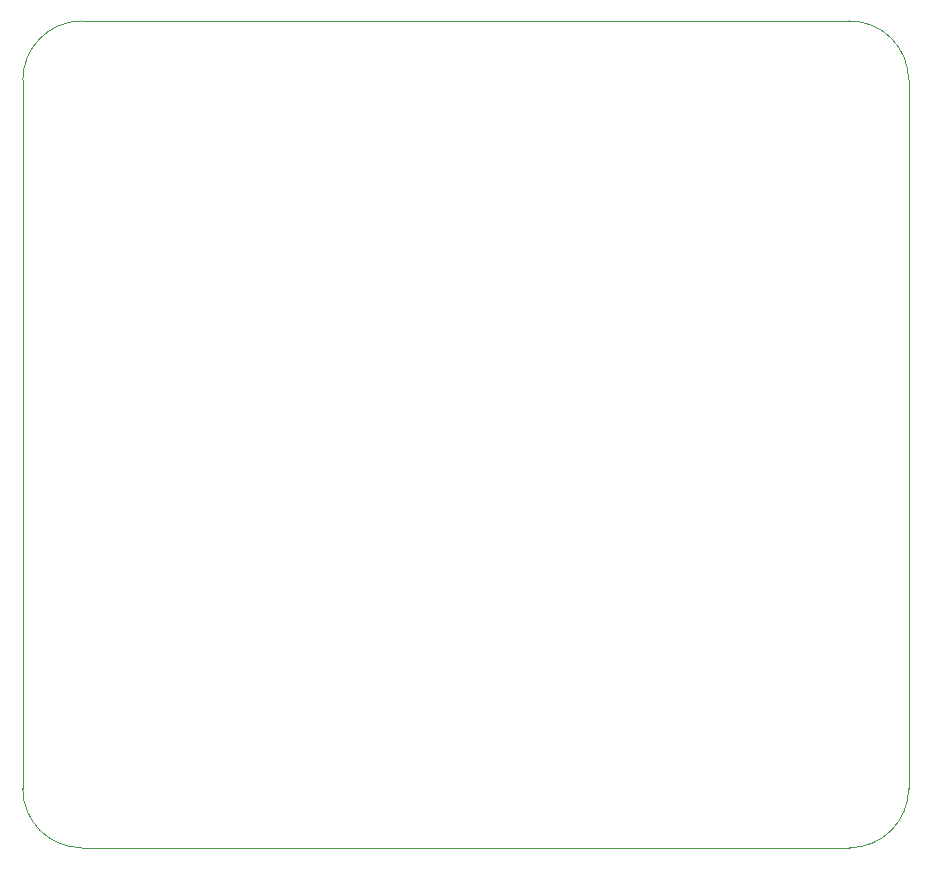
<source format=gm1>
%TF.GenerationSoftware,KiCad,Pcbnew,7.0.7*%
%TF.CreationDate,2023-12-09T17:07:56+00:00*%
%TF.ProjectId,Pack Board,5061636b-2042-46f6-9172-642e6b696361,rev?*%
%TF.SameCoordinates,Original*%
%TF.FileFunction,Profile,NP*%
%FSLAX46Y46*%
G04 Gerber Fmt 4.6, Leading zero omitted, Abs format (unit mm)*
G04 Created by KiCad (PCBNEW 7.0.7) date 2023-12-09 17:07:56*
%MOMM*%
%LPD*%
G01*
G04 APERTURE LIST*
%TA.AperFunction,Profile*%
%ADD10C,0.100000*%
%TD*%
G04 APERTURE END LIST*
D10*
X100000000Y-145000000D02*
G75*
G03*
X105000000Y-150000000I5000000J0D01*
G01*
X175000000Y-85000000D02*
G75*
G03*
X170000000Y-80000000I-5000000J0D01*
G01*
X100000000Y-145000000D02*
X100000000Y-85000000D01*
X175000000Y-145000000D02*
X175000000Y-85000000D01*
X170000000Y-150000000D02*
G75*
G03*
X175000000Y-145000000I0J5000000D01*
G01*
X105000000Y-150000000D02*
X170000000Y-150000000D01*
X105000000Y-80000000D02*
X170000000Y-80000000D01*
X105000000Y-80000000D02*
G75*
G03*
X100000000Y-85000000I0J-5000000D01*
G01*
M02*

</source>
